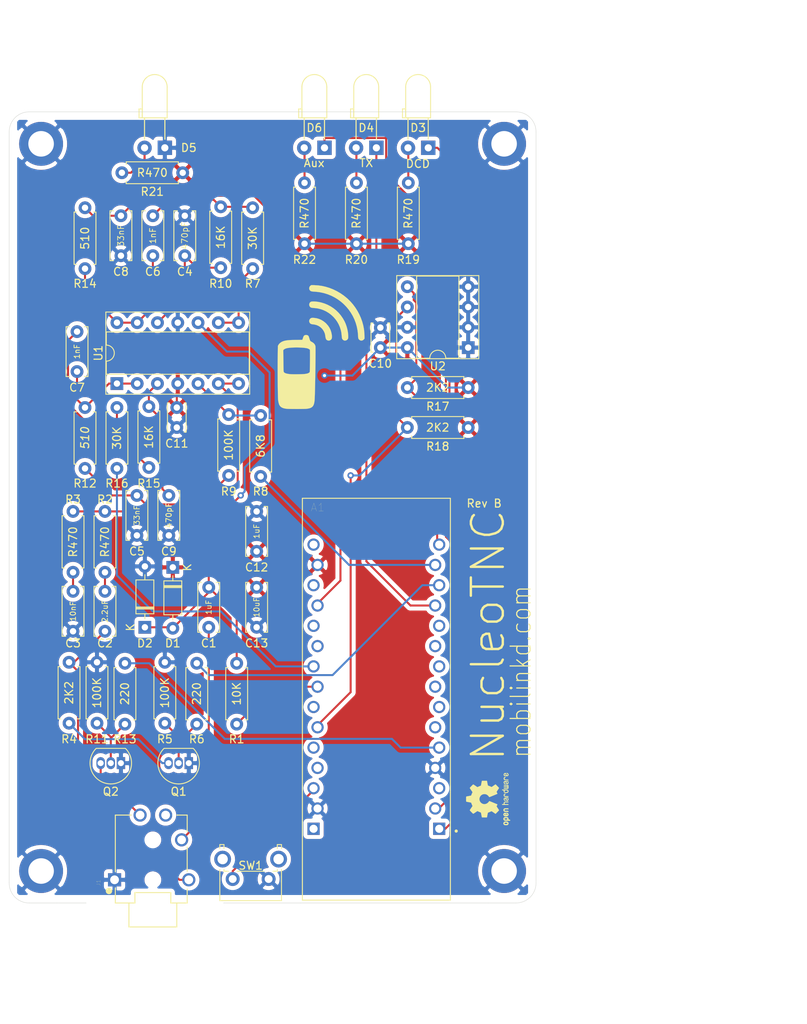
<source format=kicad_pcb>
(kicad_pcb (version 20171130) (host pcbnew "(5.1.6)-1")
  (title_block (title "NucleoTNC PCB") (date 2020-05-05) (rev B) (company "Mobilinkd LLC") (comment 1 "67mm width"))
  (layers (0 F.Cu signal) (31 B.Cu signal) (34 B.Paste user) (35 F.Paste user) (36 B.SilkS user) (37 F.SilkS user) (38 B.Mask user) (39 F.Mask user) (44 Edge.Cuts user))
  (net 0 "")
  (net 1 /AUDIO_IN)
  (net 2 "Net-(C1-Pad1)")
  (net 3 "Net-(C2-Pad2)")
  (net 4 /AUDIO_OUT)
  (net 5 "Net-(C3-Pad2)")
  (net 6 GND)
  (net 7 "Net-(C4-Pad2)")
  (net 8 "Net-(C5-Pad2)")
  (net 9 "Net-(C6-Pad2)")
  (net 10 "Net-(C6-Pad1)")
  (net 11 "Net-(C7-Pad2)")
  (net 12 "Net-(C7-Pad1)")
  (net 13 /ADC_AUDIO)
  (net 14 "Net-(C9-Pad2)")
  (net 15 +3V3)
  (net 16 "Net-(D3-Pad2)")
  (net 17 /LED_DCD)
  (net 18 "Net-(D4-Pad2)")
  (net 19 /LED_TX)
  (net 20 "Net-(D5-Pad2)")
  (net 21 "Net-(D6-Pad2)")
  (net 22 /LED_MISC)
  (net 23 "Net-(Q1-Pad2)")
  (net 24 /PTT)
  (net 25 "Net-(Q2-Pad2)")
  (net 26 /DC_OFFSET)
  (net 27 "Net-(R2-Pad1)")
  (net 28 /PTT_MULTIPLEX)
  (net 29 "Net-(R7-Pad2)")
  (net 30 /AUDIO_ATTEN)
  (net 31 "Net-(R8-Pad1)")
  (net 32 /PTT_SIMPLEX)
  (net 33 /DAC_AUDIO)
  (net 34 /I2C_SDA)
  (net 35 /I2C_SCL)
  (net 36 "Net-(Q1-Pad3)")
  (net 37 "Net-(A1-Pad4.1)")
  (net 38 "Net-(A1-Pad4.3)")
  (net 39 "Net-(A1-Pad4.4)")
  (net 40 "Net-(A1-Pad4.5)")
  (net 41 "Net-(A1-Pad4.7)")
  (net 42 "Net-(A1-Pad4.10)")
  (net 43 "Net-(A1-Pad4.11)")
  (net 44 "Net-(A1-Pad4.13)")
  (net 45 "Net-(A1-Pad4.15)")
  (net 46 "Net-(A1-Pad3.3)")
  (net 47 "Net-(A1-Pad3.6)")
  (net 48 "Net-(A1-Pad3.7)")
  (net 49 "Net-(A1-Pad3.8)")
  (net 50 "Net-(A1-Pad3.9)")
  (net 51 "Net-(A1-Pad3.10)")
  (net 52 "Net-(A1-Pad3.11)")
  (module KiCAD:LOGO (layer F.Cu) (at 157.35 79.65)
    (fp_text reference G1 hide)
    (fp_text value LOGO hide)
  )
  (module KiCAD:MODULE_NUCLEO-L432KC (layer F.Cu) (at 166 123.5 180)
    (fp_text reference A1 (at 7.35 24 180) (layer F.SilkS) (effects (font (thickness 0.015))))
    (fp_text value NUCLEO-L432KC)
    (pad 4.1 thru_hole rect (at 7.87 -16.215 180) (size 1.53 1.53) (drill 1.02) (layers *.Cu *.Mask) (net 37 "Net-(A1-Pad4.1)"))
    (pad 4.2 thru_hole circle (at 7.37 -13.675 180) (size 1.53 1.53) (drill 1.02) (layers *.Cu *.Mask) (net 6 GND))
    (pad 4.3 thru_hole circle (at 7.87 -11.135 180) (size 1.53 1.53) (drill 1.02) (layers *.Cu *.Mask) (net 38 "Net-(A1-Pad4.3)"))
    (pad 4.4 thru_hole circle (at 7.37 -8.595 180) (size 1.53 1.53) (drill 1.02) (layers *.Cu *.Mask) (net 39 "Net-(A1-Pad4.4)"))
    (pad 4.5 thru_hole circle (at 7.87 -6.055 180) (size 1.53 1.53) (drill 1.02) (layers *.Cu *.Mask) (net 40 "Net-(A1-Pad4.5)"))
    (pad 4.6 thru_hole circle (at 7.37 -3.515 180) (size 1.53 1.53) (drill 1.02) (layers *.Cu *.Mask) (net 35 /I2C_SCL))
    (pad 4.7 thru_hole circle (at 7.87 -0.975 180) (size 1.53 1.53) (drill 1.02) (layers *.Cu *.Mask) (net 41 "Net-(A1-Pad4.7)"))
    (pad 4.8 thru_hole circle (at 7.37 1.565 180) (size 1.53 1.53) (drill 1.02) (layers *.Cu *.Mask) (net 26 /DC_OFFSET))
    (pad 4.9 thru_hole circle (at 7.87 4.105 180) (size 1.53 1.53) (drill 1.02) (layers *.Cu *.Mask) (net 33 /DAC_AUDIO))
    (pad 4.10 thru_hole circle (at 7.37 6.645 180) (size 1.53 1.53) (drill 1.02) (layers *.Cu *.Mask) (net 42 "Net-(A1-Pad4.10)"))
    (pad 4.11 thru_hole circle (at 7.87 9.185 180) (size 1.53 1.53) (drill 1.02) (layers *.Cu *.Mask) (net 43 "Net-(A1-Pad4.11)"))
    (pad 4.12 thru_hole circle (at 7.37 11.725 180) (size 1.53 1.53) (drill 1.02) (layers *.Cu *.Mask) (net 13 /ADC_AUDIO))
    (pad 4.13 thru_hole circle (at 7.87 14.265 180) (size 1.53 1.53) (drill 1.02) (layers *.Cu *.Mask) (net 44 "Net-(A1-Pad4.13)"))
    (pad 4.14 thru_hole circle (at 7.37 16.805 180) (size 1.53 1.53) (drill 1.02) (layers *.Cu *.Mask) (net 15 +3V3))
    (pad 4.15 thru_hole circle (at 7.87 19.345 180) (size 1.53 1.53) (drill 1.02) (layers *.Cu *.Mask) (net 45 "Net-(A1-Pad4.15)"))
    (pad 3.1 thru_hole rect (at -7.87 -16.215 180) (size 1.53 1.53) (drill 1.02) (layers *.Cu *.Mask) (net 17 /LED_DCD))
    (pad 3.2 thru_hole circle (at -7.37 -13.675 180) (size 1.53 1.53) (drill 1.02) (layers *.Cu *.Mask) (net 22 /LED_MISC))
    (pad 3.3 thru_hole circle (at -7.87 -11.135 180) (size 1.53 1.53) (drill 1.02) (layers *.Cu *.Mask) (net 46 "Net-(A1-Pad3.3)"))
    (pad 3.4 thru_hole circle (at -7.37 -8.595 180) (size 1.53 1.53) (drill 1.02) (layers *.Cu *.Mask) (net 6 GND))
    (pad 3.5 thru_hole circle (at -7.87 -6.055 180) (size 1.53 1.53) (drill 1.02) (layers *.Cu *.Mask) (net 32 /PTT_SIMPLEX))
    (pad 3.6 thru_hole circle (at -7.37 -3.515 180) (size 1.53 1.53) (drill 1.02) (layers *.Cu *.Mask) (net 47 "Net-(A1-Pad3.6)"))
    (pad 3.7 thru_hole circle (at -7.87 -0.975 180) (size 1.53 1.53) (drill 1.02) (layers *.Cu *.Mask) (net 48 "Net-(A1-Pad3.7)"))
    (pad 3.8 thru_hole circle (at -7.37 1.565 180) (size 1.53 1.53) (drill 1.02) (layers *.Cu *.Mask) (net 49 "Net-(A1-Pad3.8)"))
    (pad 3.9 thru_hole circle (at -7.87 4.105 180) (size 1.53 1.53) (drill 1.02) (layers *.Cu *.Mask) (net 50 "Net-(A1-Pad3.9)"))
    (pad 3.10 thru_hole circle (at -7.37 6.645 180) (size 1.53 1.53) (drill 1.02) (layers *.Cu *.Mask) (net 51 "Net-(A1-Pad3.10)"))
    (pad 3.11 thru_hole circle (at -7.87 9.185 180) (size 1.53 1.53) (drill 1.02) (layers *.Cu *.Mask) (net 52 "Net-(A1-Pad3.11)"))
    (pad 3.12 thru_hole circle (at -7.37 11.725 180) (size 1.53 1.53) (drill 1.02) (layers *.Cu *.Mask) (net 19 /LED_TX))
    (pad 3.13 thru_hole circle (at -7.87 14.265 180) (size 1.53 1.53) (drill 1.02) (layers *.Cu *.Mask) (net 28 /PTT_MULTIPLEX))
    (pad 3.14 thru_hole circle (at -7.37 16.805 180) (size 1.53 1.53) (drill 1.02) (layers *.Cu *.Mask) (net 30 /AUDIO_ATTEN))
    (pad 3.15 thru_hole circle (at -7.87 19.345 180) (size 1.53 1.53) (drill 1.02) (layers *.Cu *.Mask) (net 34 /I2C_SDA))
  )
  (module LED_THT:LED_D3.0mm_Horizontal_O3.81mm_Z2.0mm (layer F.Cu) (at 159.5 54.5 180)
    (fp_text reference D6 (at 1.27 2.5 180) (layer F.SilkS))
    (fp_text value Aux (at 1.3 -1.9 180) (layer F.SilkS))
    (pad 2 thru_hole circle (at 2.54 0 180) (size 1.8 1.8) (drill 0.9) (layers *.Cu *.Mask) (net 21 "Net-(D6-Pad2)"))
    (pad 1 thru_hole rect (at 0 0 180) (size 1.8 1.8) (drill 0.9) (layers *.Cu *.Mask) (net 22 /LED_MISC))
  )
  (module LED_THT:LED_D3.0mm_Horizontal_O3.81mm_Z2.0mm (layer F.Cu) (at 166 54.5 180)
    (fp_text reference D4 (at 1.27 2.5 180) (layer F.SilkS))
    (fp_text value TX (at 1.27 -1.9 180) (layer F.SilkS))
    (pad 2 thru_hole circle (at 2.54 0 180) (size 1.8 1.8) (drill 0.9) (layers *.Cu *.Mask) (net 18 "Net-(D4-Pad2)"))
    (pad 1 thru_hole rect (at 0 0 180) (size 1.8 1.8) (drill 0.9) (layers *.Cu *.Mask) (net 19 /LED_TX))
  )
  (module LED_THT:LED_D3.0mm_Horizontal_O3.81mm_Z2.0mm (layer F.Cu) (at 172.5 54.5 180)
    (fp_text reference D3 (at 1.27 2.5 180) (layer F.SilkS))
    (fp_text value DCD (at 1.3 -2 180) (layer F.SilkS))
    (pad 2 thru_hole circle (at 2.54 0 180) (size 1.8 1.8) (drill 0.9) (layers *.Cu *.Mask) (net 16 "Net-(D3-Pad2)"))
    (pad 1 thru_hole rect (at 0 0 180) (size 1.8 1.8) (drill 0.9) (layers *.Cu *.Mask) (net 17 /LED_DCD))
  )
  (module Resistor_THT:R_Axial_DIN0207_L6.3mm_D2.5mm_P7.62mm_Horizontal (layer F.Cu) (at 141.74 57.62 180)
    (fp_text reference R21 (at 3.81 -2.37) (layer F.SilkS))
    (fp_text value R470 hide)
    (fp_text user %V (at 3.81 0) (layer F.SilkS))
    (pad 2 thru_hole oval (at 7.62 0 180) (size 1.6 1.6) (drill 0.8) (layers *.Cu *.Mask) (net 20 "Net-(D5-Pad2)"))
    (pad 1 thru_hole circle (at 0 0 180) (size 1.6 1.6) (drill 0.8) (layers *.Cu *.Mask) (net 15 +3V3))
  )
  (module Capacitor_THT:C_Disc_D6.0mm_W2.5mm_P5.00mm (layer F.Cu) (at 151 105 90)
    (fp_text reference C12 (at -2 0 180) (layer F.SilkS))
    (fp_text value 1uF hide)
    (fp_text user %V (at 2.5 0 90) (layer F.SilkS) (effects (font (size 0.68 0.68) (thickness 0.102))))
    (pad 1 thru_hole circle (at 0 0 90) (size 1.6 1.6) (drill 0.8) (layers *.Cu *.Mask) (net 15 +3V3))
    (pad 2 thru_hole circle (at 5 0 90) (size 1.6 1.6) (drill 0.8) (layers *.Cu *.Mask) (net 6 GND))
  )
  (module Capacitor_THT:C_Disc_D6.0mm_W2.5mm_P5.00mm (layer F.Cu) (at 151 109.5 270)
    (fp_text reference C13 (at 7 0 180) (layer F.SilkS))
    (fp_text value 10uF hide)
    (fp_text user %V (at 2.5 0 90) (layer F.SilkS) (effects (font (size 0.68 0.68) (thickness 0.102))))
    (pad 2 thru_hole circle (at 5 0 270) (size 1.6 1.6) (drill 0.8) (layers *.Cu *.Mask) (net 6 GND))
    (pad 1 thru_hole circle (at 0 0 270) (size 1.6 1.6) (drill 0.8) (layers *.Cu *.Mask) (net 15 +3V3))
  )
  (module Button_Switch_THT:SW_Tactile_SPST_Angled_PTS645Vx58-2LFS (layer F.Cu) (at 152.5 146 180)
    (fp_text reference SW1 (at 2.25 1.68) (layer F.SilkS))
    (fp_text value "PTS645VL58-2 LFS")
    (pad "" thru_hole circle (at -1.25 2.49 180) (size 2.1 2.1) (drill 1.3) (layers *.Cu *.Mask))
    (pad 1 thru_hole circle (at 0 0 180) (size 1.75 1.75) (drill 0.99) (layers *.Cu *.Mask) (net 6 GND))
    (pad 2 thru_hole circle (at 4.5 0 180) (size 1.75 1.75) (drill 0.99) (layers *.Cu *.Mask) (net 38 "Net-(A1-Pad4.3)"))
    (pad "" thru_hole circle (at 5.76 2.49 180) (size 2.1 2.1) (drill 1.3) (layers *.Cu *.Mask))
  )
  (module Symbol:OSHW-Logo2_7.3x6mm_SilkScreen (layer F.Cu) (at 180 136 90)
    (fp_text reference REF** hide)
    (fp_text value OSHW-Logo2_7.3x6mm_SilkScreen hide)
  )
  (module KiCAD:CUI_SJ-43515TS (layer F.Cu) (at 138 143.5 90)
    (fp_text reference J1 (at -2.979863 -6.813626 90) (layer F.SilkS) (effects (font (size 0.480623 0.480623) (thickness 0.015))))
    (fp_text value SJ-43515TS)
    (fp_line (start -5.5 -8.35) (end -5.5 -2.25) (layer Edge.Cuts) (width 0.0001))
    (fp_line (start -5.5 -2.25) (end -4.2 -2.25) (layer Edge.Cuts) (width 0.0001))
    (fp_line (start -4.2 -2.25) (end -4.2 2.25) (layer Edge.Cuts) (width 0.0001))
    (fp_line (start -4.2 2.25) (end -5.5 2.25) (layer Edge.Cuts) (width 0.0001))
    (fp_line (start -5.5 2.25) (end -5.5 8.85) (layer Edge.Cuts) (width 0.0001))
    (pad TS thru_hole circle (at 5.5 1.6 90) (size 1.65 1.65) (drill 1.1) (layers *.Cu *.Mask))
    (pad None np_thru_hole circle (at 2.4 0 90) (size 1.1 1.1) (drill 1.1) (layers *.Cu *.Mask))
    (pad None np_thru_hole circle (at -2.6 0 90) (size 1.1 1.1) (drill 1.1) (layers *.Cu *.Mask))
    (pad R2 thru_hole circle (at -2.6 4.5 90) (size 1.65 1.65) (drill 1.1) (layers *.Cu *.Mask) (net 4 /AUDIO_OUT))
    (pad R1 thru_hole circle (at 5.5 -1.6 90) (size 1.65 1.65) (drill 1.1) (layers *.Cu *.Mask) (net 24 /PTT))
    (pad T thru_hole circle (at 2.4 3.6 90) (size 1.65 1.65) (drill 1.1) (layers *.Cu *.Mask) (net 1 /AUDIO_IN))
    (pad S thru_hole rect (at -2.6 -4.8 90) (size 1.65 1.65) (drill 1.1) (layers *.Cu *.Mask) (net 6 GND))
  )
  (module Package_DIP:DIP-8_W7.62mm_Socket (layer F.Cu) (at 177.5 79.5 180)
    (fp_text reference U2 (at 3.81 -2.33) (layer F.SilkS))
    (fp_text value 24LC32)
    (pad 8 thru_hole oval (at 7.62 0 180) (size 1.6 1.6) (drill 0.8) (layers *.Cu *.Mask) (net 15 +3V3))
    (pad 4 thru_hole oval (at 0 7.62 180) (size 1.6 1.6) (drill 0.8) (layers *.Cu *.Mask) (net 6 GND))
    (pad 7 thru_hole oval (at 7.62 2.54 180) (size 1.6 1.6) (drill 0.8) (layers *.Cu *.Mask) (net 6 GND))
    (pad 3 thru_hole oval (at 0 5.08 180) (size 1.6 1.6) (drill 0.8) (layers *.Cu *.Mask) (net 6 GND))
    (pad 6 thru_hole oval (at 7.62 5.08 180) (size 1.6 1.6) (drill 0.8) (layers *.Cu *.Mask) (net 35 /I2C_SCL))
    (pad 2 thru_hole oval (at 0 2.54 180) (size 1.6 1.6) (drill 0.8) (layers *.Cu *.Mask) (net 6 GND))
    (pad 5 thru_hole oval (at 7.62 7.62 180) (size 1.6 1.6) (drill 0.8) (layers *.Cu *.Mask) (net 34 /I2C_SDA))
    (pad 1 thru_hole rect (at 0 0 180) (size 1.6 1.6) (drill 0.8) (layers *.Cu *.Mask) (net 6 GND))
  )
  (module Package_DIP:DIP-14_W7.62mm_Socket (layer F.Cu) (at 133.5 84 90)
    (fp_text reference U1 (at 3.81 -2.33 90) (layer F.SilkS))
    (fp_text value MCP6004)
    (pad 14 thru_hole oval (at 7.62 0 90) (size 1.6 1.6) (drill 0.8) (layers *.Cu *.Mask) (net 10 "Net-(C6-Pad1)"))
    (pad 7 thru_hole oval (at 0 15.24 90) (size 1.6 1.6) (drill 0.8) (layers *.Cu *.Mask) (net 27 "Net-(R2-Pad1)"))
    (pad 13 thru_hole oval (at 7.62 2.54 90) (size 1.6 1.6) (drill 0.8) (layers *.Cu *.Mask) (net 10 "Net-(C6-Pad1)"))
    (pad 6 thru_hole oval (at 0 12.7 90) (size 1.6 1.6) (drill 0.8) (layers *.Cu *.Mask) (net 27 "Net-(R2-Pad1)"))
    (pad 12 thru_hole oval (at 7.62 5.08 90) (size 1.6 1.6) (drill 0.8) (layers *.Cu *.Mask) (net 7 "Net-(C4-Pad2)"))
    (pad 5 thru_hole oval (at 0 10.16 90) (size 1.6 1.6) (drill 0.8) (layers *.Cu *.Mask) (net 31 "Net-(R8-Pad1)"))
    (pad 11 thru_hole oval (at 7.62 7.62 90) (size 1.6 1.6) (drill 0.8) (layers *.Cu *.Mask) (net 6 GND))
    (pad 4 thru_hole oval (at 0 7.62 90) (size 1.6 1.6) (drill 0.8) (layers *.Cu *.Mask) (net 15 +3V3))
    (pad 10 thru_hole oval (at 7.62 10.16 90) (size 1.6 1.6) (drill 0.8) (layers *.Cu *.Mask) (net 2 "Net-(C1-Pad1)"))
    (pad 3 thru_hole oval (at 0 5.08 90) (size 1.6 1.6) (drill 0.8) (layers *.Cu *.Mask) (net 14 "Net-(C9-Pad2)"))
    (pad 9 thru_hole oval (at 7.62 12.7 90) (size 1.6 1.6) (drill 0.8) (layers *.Cu *.Mask) (net 29 "Net-(R7-Pad2)"))
    (pad 2 thru_hole oval (at 0 2.54 90) (size 1.6 1.6) (drill 0.8) (layers *.Cu *.Mask) (net 11 "Net-(C7-Pad2)"))
    (pad 8 thru_hole oval (at 7.62 15.24 90) (size 1.6 1.6) (drill 0.8) (layers *.Cu *.Mask) (net 29 "Net-(R7-Pad2)"))
    (pad 1 thru_hole rect (at 0 0 90) (size 1.6 1.6) (drill 0.8) (layers *.Cu *.Mask) (net 11 "Net-(C7-Pad2)"))
  )
  (module Resistor_THT:R_Axial_DIN0207_L6.3mm_D2.5mm_P7.62mm_Horizontal (layer F.Cu) (at 157 66.5 90)
    (fp_text reference R22 (at -2 0 180) (layer F.SilkS))
    (fp_text value R470 hide)
    (fp_text user %V (at 3.81 0 90) (layer F.SilkS))
    (pad 2 thru_hole oval (at 7.62 0 90) (size 1.6 1.6) (drill 0.8) (layers *.Cu *.Mask) (net 21 "Net-(D6-Pad2)"))
    (pad 1 thru_hole circle (at 0 0 90) (size 1.6 1.6) (drill 0.8) (layers *.Cu *.Mask) (net 15 +3V3))
  )
  (module Resistor_THT:R_Axial_DIN0207_L6.3mm_D2.5mm_P7.62mm_Horizontal (layer F.Cu) (at 163.5 66.5 90)
    (fp_text reference R20 (at -2 0 180) (layer F.SilkS))
    (fp_text value R470 hide)
    (fp_text user %V (at 3.81 0 90) (layer F.SilkS))
    (pad 2 thru_hole oval (at 7.62 0 90) (size 1.6 1.6) (drill 0.8) (layers *.Cu *.Mask) (net 18 "Net-(D4-Pad2)"))
    (pad 1 thru_hole circle (at 0 0 90) (size 1.6 1.6) (drill 0.8) (layers *.Cu *.Mask) (net 15 +3V3))
  )
  (module Resistor_THT:R_Axial_DIN0207_L6.3mm_D2.5mm_P7.62mm_Horizontal (layer F.Cu) (at 170 66.5 90)
    (fp_text reference R19 (at -2 0 180) (layer F.SilkS))
    (fp_text value R470 hide)
    (fp_text user %V (at 3.81 0 90) (layer F.SilkS))
    (pad 2 thru_hole oval (at 7.62 0 90) (size 1.6 1.6) (drill 0.8) (layers *.Cu *.Mask) (net 16 "Net-(D3-Pad2)"))
    (pad 1 thru_hole circle (at 0 0 90) (size 1.6 1.6) (drill 0.8) (layers *.Cu *.Mask) (net 15 +3V3))
  )
  (module Resistor_THT:R_Axial_DIN0207_L6.3mm_D2.5mm_P7.62mm_Horizontal (layer F.Cu) (at 177.5 89.5 180)
    (fp_text reference R18 (at 3.81 -2.37) (layer F.SilkS))
    (fp_text value 2K2 hide)
    (fp_text user %V (at 3.81 0) (layer F.SilkS))
    (pad 2 thru_hole oval (at 7.62 0 180) (size 1.6 1.6) (drill 0.8) (layers *.Cu *.Mask) (net 35 /I2C_SCL))
    (pad 1 thru_hole circle (at 0 0 180) (size 1.6 1.6) (drill 0.8) (layers *.Cu *.Mask) (net 15 +3V3))
  )
  (module Resistor_THT:R_Axial_DIN0207_L6.3mm_D2.5mm_P7.62mm_Horizontal (layer F.Cu) (at 177.5 84.5 180)
    (fp_text reference R17 (at 3.81 -2.37) (layer F.SilkS))
    (fp_text value 2K2 hide)
    (fp_text user %V (at 3.81 0) (layer F.SilkS))
    (pad 2 thru_hole oval (at 7.62 0 180) (size 1.6 1.6) (drill 0.8) (layers *.Cu *.Mask) (net 34 /I2C_SDA))
    (pad 1 thru_hole circle (at 0 0 180) (size 1.6 1.6) (drill 0.8) (layers *.Cu *.Mask) (net 15 +3V3))
  )
  (module Resistor_THT:R_Axial_DIN0207_L6.3mm_D2.5mm_P7.62mm_Horizontal (layer F.Cu) (at 133.5 87 270)
    (fp_text reference R16 (at 9.5 0 180) (layer F.SilkS))
    (fp_text value 30K hide)
    (fp_text user %V (at 3.81 0 90) (layer F.SilkS))
    (pad 2 thru_hole oval (at 7.62 0 270) (size 1.6 1.6) (drill 0.8) (layers *.Cu *.Mask) (net 33 /DAC_AUDIO))
    (pad 1 thru_hole circle (at 0 0 270) (size 1.6 1.6) (drill 0.8) (layers *.Cu *.Mask) (net 12 "Net-(C7-Pad1)"))
  )
  (module Resistor_THT:R_Axial_DIN0207_L6.3mm_D2.5mm_P7.62mm_Horizontal (layer F.Cu) (at 137.5 94.5 90)
    (fp_text reference R15 (at -2 0 180) (layer F.SilkS))
    (fp_text value 16K hide)
    (fp_text user %V (at 3.81 0 90) (layer F.SilkS))
    (pad 2 thru_hole oval (at 7.62 0 90) (size 1.6 1.6) (drill 0.8) (layers *.Cu *.Mask) (net 14 "Net-(C9-Pad2)"))
    (pad 1 thru_hole circle (at 0 0 90) (size 1.6 1.6) (drill 0.8) (layers *.Cu *.Mask) (net 12 "Net-(C7-Pad1)"))
  )
  (module Resistor_THT:R_Axial_DIN0207_L6.3mm_D2.5mm_P7.62mm_Horizontal (layer F.Cu) (at 129.5 62 270)
    (fp_text reference R14 (at 9.5 0 180) (layer F.SilkS))
    (fp_text value 510 hide)
    (fp_text user %V (at 3.81 0 90) (layer F.SilkS))
    (pad 2 thru_hole oval (at 7.62 0 270) (size 1.6 1.6) (drill 0.8) (layers *.Cu *.Mask) (net 10 "Net-(C6-Pad1)"))
    (pad 1 thru_hole circle (at 0 0 270) (size 1.6 1.6) (drill 0.8) (layers *.Cu *.Mask) (net 13 /ADC_AUDIO))
  )
  (module Resistor_THT:R_Axial_DIN0207_L6.3mm_D2.5mm_P7.62mm_Horizontal (layer F.Cu) (at 134.5 119 270)
    (fp_text reference R13 (at 9.5 0 180) (layer F.SilkS))
    (fp_text value 220 hide)
    (fp_text user %V (at 3.81 0 90) (layer F.SilkS))
    (pad 2 thru_hole oval (at 7.62 0 270) (size 1.6 1.6) (drill 0.8) (layers *.Cu *.Mask) (net 25 "Net-(Q2-Pad2)"))
    (pad 1 thru_hole circle (at 0 0 270) (size 1.6 1.6) (drill 0.8) (layers *.Cu *.Mask) (net 32 /PTT_SIMPLEX))
  )
  (module Resistor_THT:R_Axial_DIN0207_L6.3mm_D2.5mm_P7.62mm_Horizontal (layer F.Cu) (at 129.5 87 270)
    (fp_text reference R12 (at 9.5 0 180) (layer F.SilkS))
    (fp_text value 510 hide)
    (fp_text user %V (at 3.81 0 90) (layer F.SilkS) (effects (font (thickness 0.15) italic)))
    (pad 2 thru_hole oval (at 7.62 0 270) (size 1.6 1.6) (drill 0.8) (layers *.Cu *.Mask) (net 8 "Net-(C5-Pad2)"))
    (pad 1 thru_hole circle (at 0 0 270) (size 1.6 1.6) (drill 0.8) (layers *.Cu *.Mask) (net 11 "Net-(C7-Pad2)"))
  )
  (module Resistor_THT:R_Axial_DIN0207_L6.3mm_D2.5mm_P7.62mm_Horizontal (layer F.Cu) (at 131 126.5 90)
    (fp_text reference R11 (at -2 0 180) (layer F.SilkS))
    (fp_text value 100K hide)
    (fp_text user %V (at 3.81 0 90) (layer F.SilkS))
    (pad 2 thru_hole oval (at 7.62 0 90) (size 1.6 1.6) (drill 0.8) (layers *.Cu *.Mask) (net 6 GND))
    (pad 1 thru_hole circle (at 0 0 90) (size 1.6 1.6) (drill 0.8) (layers *.Cu *.Mask) (net 25 "Net-(Q2-Pad2)"))
  )
  (module Resistor_THT:R_Axial_DIN0207_L6.3mm_D2.5mm_P7.62mm_Horizontal (layer F.Cu) (at 146.5 69.5 90)
    (fp_text reference R10 (at -2 0 180) (layer F.SilkS))
    (fp_text value 16K hide)
    (fp_text user %V (at 3.81 0 90) (layer F.SilkS))
    (pad 2 thru_hole oval (at 7.62 0 90) (size 1.6 1.6) (drill 0.8) (layers *.Cu *.Mask) (net 9 "Net-(C6-Pad2)"))
    (pad 1 thru_hole circle (at 0 0 90) (size 1.6 1.6) (drill 0.8) (layers *.Cu *.Mask) (net 7 "Net-(C4-Pad2)"))
  )
  (module Resistor_THT:R_Axial_DIN0207_L6.3mm_D2.5mm_P7.62mm_Horizontal (layer F.Cu) (at 147.5 95.5 90)
    (fp_text reference R9 (at -2 0 180) (layer F.SilkS))
    (fp_text value 100K hide)
    (fp_text user %V (at 3.81 0 90) (layer F.SilkS))
    (pad 2 thru_hole oval (at 7.62 0 90) (size 1.6 1.6) (drill 0.8) (layers *.Cu *.Mask) (net 31 "Net-(R8-Pad1)"))
    (pad 1 thru_hole circle (at 0 0 90) (size 1.6 1.6) (drill 0.8) (layers *.Cu *.Mask) (net 8 "Net-(C5-Pad2)"))
  )
  (module Resistor_THT:R_Axial_DIN0207_L6.3mm_D2.5mm_P7.62mm_Horizontal (layer F.Cu) (at 151.5 88 270)
    (fp_text reference R8 (at 9.5 0 180) (layer F.SilkS))
    (fp_text value 6K8 hide)
    (fp_text user %V (at 3.81 0 90) (layer F.SilkS))
    (pad 2 thru_hole oval (at 7.62 0 270) (size 1.6 1.6) (drill 0.8) (layers *.Cu *.Mask) (net 30 /AUDIO_ATTEN))
    (pad 1 thru_hole circle (at 0 0 270) (size 1.6 1.6) (drill 0.8) (layers *.Cu *.Mask) (net 31 "Net-(R8-Pad1)"))
  )
  (module Resistor_THT:R_Axial_DIN0207_L6.3mm_D2.5mm_P7.62mm_Horizontal (layer F.Cu) (at 150.5 62 270)
    (fp_text reference R7 (at 9.5 0 180) (layer F.SilkS))
    (fp_text value 30K hide)
    (fp_text user %V (at 3.81 0 90) (layer F.SilkS))
    (pad 2 thru_hole oval (at 7.62 0 270) (size 1.6 1.6) (drill 0.8) (layers *.Cu *.Mask) (net 29 "Net-(R7-Pad2)"))
    (pad 1 thru_hole circle (at 0 0 270) (size 1.6 1.6) (drill 0.8) (layers *.Cu *.Mask) (net 9 "Net-(C6-Pad2)"))
  )
  (module Resistor_THT:R_Axial_DIN0207_L6.3mm_D2.5mm_P7.62mm_Horizontal (layer F.Cu) (at 143.5 119 270)
    (fp_text reference R6 (at 9.5 0 180) (layer F.SilkS))
    (fp_text value 220 hide)
    (fp_text user %V (at 3.81 0 90) (layer F.SilkS))
    (pad 2 thru_hole oval (at 7.62 0 270) (size 1.6 1.6) (drill 0.8) (layers *.Cu *.Mask) (net 23 "Net-(Q1-Pad2)"))
    (pad 1 thru_hole circle (at 0 0 270) (size 1.6 1.6) (drill 0.8) (layers *.Cu *.Mask) (net 28 /PTT_MULTIPLEX))
  )
  (module Resistor_THT:R_Axial_DIN0207_L6.3mm_D2.5mm_P7.62mm_Horizontal (layer F.Cu) (at 139.5 126.5 90)
    (fp_text reference R5 (at -2 0 180) (layer F.SilkS))
    (fp_text value 100K hide)
    (fp_text user %V (at 3.81 0 90) (layer F.SilkS))
    (pad 2 thru_hole oval (at 7.62 0 90) (size 1.6 1.6) (drill 0.8) (layers *.Cu *.Mask) (net 6 GND))
    (pad 1 thru_hole circle (at 0 0 90) (size 1.6 1.6) (drill 0.8) (layers *.Cu *.Mask) (net 23 "Net-(Q1-Pad2)"))
  )
  (module Resistor_THT:R_Axial_DIN0207_L6.3mm_D2.5mm_P7.62mm_Horizontal (layer F.Cu) (at 127.5 126.5 90)
    (fp_text reference R4 (at -2 0 180) (layer F.SilkS))
    (fp_text value 2K2 hide)
    (fp_text user %V (at 3.81 0 90) (layer F.SilkS))
    (pad 2 thru_hole oval (at 7.62 0 90) (size 1.6 1.6) (drill 0.8) (layers *.Cu *.Mask) (net 4 /AUDIO_OUT))
    (pad 1 thru_hole circle (at 0 0 90) (size 1.6 1.6) (drill 0.8) (layers *.Cu *.Mask) (net 36 "Net-(Q1-Pad3)"))
  )
  (module Resistor_THT:R_Axial_DIN0207_L6.3mm_D2.5mm_P7.62mm_Horizontal (layer F.Cu) (at 128 100 270)
    (fp_text reference R3 (at -1.5 0 180) (layer F.SilkS))
    (fp_text value R470 hide)
    (fp_text user %V (at 3.81 0 90) (layer F.SilkS))
    (pad 2 thru_hole oval (at 7.62 0 270) (size 1.6 1.6) (drill 0.8) (layers *.Cu *.Mask) (net 5 "Net-(C3-Pad2)"))
    (pad 1 thru_hole circle (at 0 0 270) (size 1.6 1.6) (drill 0.8) (layers *.Cu *.Mask) (net 27 "Net-(R2-Pad1)"))
  )
  (module Resistor_THT:R_Axial_DIN0207_L6.3mm_D2.5mm_P7.62mm_Horizontal (layer F.Cu) (at 132 100 270)
    (fp_text reference R2 (at -1.5 0 180) (layer F.SilkS))
    (fp_text value R470 hide)
    (fp_text user %V (at 3.81 0 90) (layer F.SilkS))
    (pad 2 thru_hole oval (at 7.62 0 270) (size 1.6 1.6) (drill 0.8) (layers *.Cu *.Mask) (net 3 "Net-(C2-Pad2)"))
    (pad 1 thru_hole circle (at 0 0 270) (size 1.6 1.6) (drill 0.8) (layers *.Cu *.Mask) (net 27 "Net-(R2-Pad1)"))
  )
  (module Resistor_THT:R_Axial_DIN0207_L6.3mm_D2.5mm_P7.62mm_Horizontal (layer F.Cu) (at 148.5 119 270)
    (fp_text reference R1 (at 9.5 0 180) (layer F.SilkS))
    (fp_text value 10K hide)
    (fp_text user %V (at 3.81 0 90) (layer F.SilkS))
    (pad 2 thru_hole oval (at 7.62 0 270) (size 1.6 1.6) (drill 0.8) (layers *.Cu *.Mask) (net 26 /DC_OFFSET))
    (pad 1 thru_hole circle (at 0 0 270) (size 1.6 1.6) (drill 0.8) (layers *.Cu *.Mask) (net 2 "Net-(C1-Pad1)"))
  )
  (module Package_TO_SOT_THT:TO-92_Inline (layer F.Cu) (at 134 131.5 180)
    (fp_text reference Q2 (at 1.27 -3.56) (layer F.SilkS))
    (fp_text value 2N7000)
    (pad 1 thru_hole rect (at 0 0 180) (size 1.05 1.5) (drill 0.75) (layers *.Cu *.Mask) (net 6 GND))
    (pad 3 thru_hole oval (at 2.54 0 180) (size 1.05 1.5) (drill 0.75) (layers *.Cu *.Mask) (net 24 /PTT))
    (pad 2 thru_hole oval (at 1.27 0 180) (size 1.05 1.5) (drill 0.75) (layers *.Cu *.Mask) (net 25 "Net-(Q2-Pad2)"))
  )
  (module Package_TO_SOT_THT:TO-92_Inline (layer F.Cu) (at 142.5 131.5 180)
    (fp_text reference Q1 (at 1.27 -3.56) (layer F.SilkS))
    (fp_text value 2N7000)
    (pad 1 thru_hole rect (at 0 0 180) (size 1.05 1.5) (drill 0.75) (layers *.Cu *.Mask) (net 6 GND))
    (pad 3 thru_hole oval (at 2.54 0 180) (size 1.05 1.5) (drill 0.75) (layers *.Cu *.Mask) (net 36 "Net-(Q1-Pad3)"))
    (pad 2 thru_hole oval (at 1.27 0 180) (size 1.05 1.5) (drill 0.75) (layers *.Cu *.Mask) (net 23 "Net-(Q1-Pad2)"))
  )
  (module LED_THT:LED_D3.0mm_Horizontal_O3.81mm_Z2.0mm (layer F.Cu) (at 139.5 54.5 180)
    (fp_text reference D5 (at -3 0) (layer F.SilkS))
    (fp_text value "BLU LED")
    (pad 2 thru_hole circle (at 2.54 0 180) (size 1.8 1.8) (drill 0.9) (layers *.Cu *.Mask) (net 20 "Net-(D5-Pad2)"))
    (pad 1 thru_hole rect (at 0 0 180) (size 1.8 1.8) (drill 0.9) (layers *.Cu *.Mask) (net 6 GND))
  )
  (module Diode_THT:D_DO-35_SOD27_P7.62mm_Horizontal (layer F.Cu) (at 137 114.5 90)
    (fp_text reference D2 (at -2 0 180) (layer F.SilkS))
    (fp_text value BAT85)
    (fp_text user K (at 0 -1.8 90) (layer F.SilkS))
    (pad 2 thru_hole oval (at 7.62 0 90) (size 1.6 1.6) (drill 0.8) (layers *.Cu *.Mask) (net 6 GND))
    (pad 1 thru_hole rect (at 0 0 90) (size 1.6 1.6) (drill 0.8) (layers *.Cu *.Mask) (net 2 "Net-(C1-Pad1)"))
  )
  (module Diode_THT:D_DO-35_SOD27_P7.62mm_Horizontal (layer F.Cu) (at 140.5 107 270)
    (fp_text reference D1 (at 9.5 0 180) (layer F.SilkS))
    (fp_text value BAT85)
    (fp_text user K (at 0 -1.8 90) (layer F.SilkS))
    (pad 2 thru_hole oval (at 7.62 0 270) (size 1.6 1.6) (drill 0.8) (layers *.Cu *.Mask) (net 2 "Net-(C1-Pad1)"))
    (pad 1 thru_hole rect (at 0 0 270) (size 1.6 1.6) (drill 0.8) (layers *.Cu *.Mask) (net 15 +3V3))
  )
  (module Capacitor_THT:C_Disc_D3.4mm_W2.1mm_P2.50mm (layer F.Cu) (at 141 87 270)
    (fp_text reference C11 (at 4.5 0 180) (layer F.SilkS))
    (fp_text value 0.1uF)
    (pad 2 thru_hole circle (at 2.5 0 270) (size 1.6 1.6) (drill 0.8) (layers *.Cu *.Mask) (net 6 GND))
    (pad 1 thru_hole circle (at 0 0 270) (size 1.6 1.6) (drill 0.8) (layers *.Cu *.Mask) (net 15 +3V3))
  )
  (module Capacitor_THT:C_Disc_D3.4mm_W2.1mm_P2.50mm (layer F.Cu) (at 166.5 79.5 90)
    (fp_text reference C10 (at -2 0 180) (layer F.SilkS))
    (fp_text value 0.1uF)
    (pad 2 thru_hole circle (at 2.5 0 90) (size 1.6 1.6) (drill 0.8) (layers *.Cu *.Mask) (net 6 GND))
    (pad 1 thru_hole circle (at 0 0 90) (size 1.6 1.6) (drill 0.8) (layers *.Cu *.Mask) (net 15 +3V3))
  )
  (module Capacitor_THT:C_Disc_D6.0mm_W2.5mm_P5.00mm (layer F.Cu) (at 140 103 90)
    (fp_text reference C9 (at -2 0 180) (layer F.SilkS))
    (fp_text value 470pF hide)
    (fp_text user %V (at 2.5 0 90) (layer F.SilkS) (effects (font (size 0.68 0.68) (thickness 0.11))))
    (pad 2 thru_hole circle (at 5 0 90) (size 1.6 1.6) (drill 0.8) (layers *.Cu *.Mask) (net 14 "Net-(C9-Pad2)"))
    (pad 1 thru_hole circle (at 0 0 90) (size 1.6 1.6) (drill 0.8) (layers *.Cu *.Mask) (net 6 GND))
  )
  (module Capacitor_THT:C_Disc_D6.0mm_W2.5mm_P5.00mm (layer F.Cu) (at 134 68 90)
    (fp_text reference C8 (at -2 0 180) (layer F.SilkS))
    (fp_text value 33nF hide)
    (fp_text user %V (at 2.5 0 90) (layer F.SilkS) (effects (font (size 0.75 0.75) (thickness 0.1))))
    (pad 2 thru_hole circle (at 5 0 90) (size 1.6 1.6) (drill 0.8) (layers *.Cu *.Mask) (net 13 /ADC_AUDIO))
    (pad 1 thru_hole circle (at 0 0 90) (size 1.6 1.6) (drill 0.8) (layers *.Cu *.Mask) (net 6 GND))
  )
  (module Capacitor_THT:C_Disc_D6.0mm_W2.5mm_P5.00mm (layer F.Cu) (at 128.5 77.5 270)
    (fp_text reference C7 (at 7 0 180) (layer F.SilkS))
    (fp_text value 1nF hide)
    (fp_text user %V (at 2.5 0 90) (layer F.SilkS) (effects (font (size 0.68 0.68) (thickness 0.11))))
    (pad 2 thru_hole circle (at 5 0 270) (size 1.6 1.6) (drill 0.8) (layers *.Cu *.Mask) (net 11 "Net-(C7-Pad2)"))
    (pad 1 thru_hole circle (at 0 0 270) (size 1.6 1.6) (drill 0.8) (layers *.Cu *.Mask) (net 12 "Net-(C7-Pad1)"))
  )
  (module Capacitor_THT:C_Disc_D6.0mm_W2.5mm_P5.00mm (layer F.Cu) (at 138 68 90)
    (fp_text reference C6 (at -2 0 180) (layer F.SilkS))
    (fp_text value 1nF hide)
    (fp_text user %V (at 2.5 0 90) (layer F.SilkS) (effects (font (size 0.75 0.75) (thickness 0.11))))
    (pad 2 thru_hole circle (at 5 0 90) (size 1.6 1.6) (drill 0.8) (layers *.Cu *.Mask) (net 9 "Net-(C6-Pad2)"))
    (pad 1 thru_hole circle (at 0 0 90) (size 1.6 1.6) (drill 0.8) (layers *.Cu *.Mask) (net 10 "Net-(C6-Pad1)"))
  )
  (module Capacitor_THT:C_Disc_D6.0mm_W2.5mm_P5.00mm (layer F.Cu) (at 136 103 90)
    (fp_text reference C5 (at -2 0 180) (layer F.SilkS))
    (fp_text value 33nF hide)
    (fp_text user %V (at 2.5 0 90) (layer F.SilkS) (effects (font (size 0.68 0.68) (thickness 0.1))))
    (pad 2 thru_hole circle (at 5 0 90) (size 1.6 1.6) (drill 0.8) (layers *.Cu *.Mask) (net 8 "Net-(C5-Pad2)"))
    (pad 1 thru_hole circle (at 0 0 90) (size 1.6 1.6) (drill 0.8) (layers *.Cu *.Mask) (net 6 GND))
  )
  (module Capacitor_THT:C_Disc_D6.0mm_W2.5mm_P5.00mm (layer F.Cu) (at 142 63 270)
    (fp_text reference C4 (at 7 0 180) (layer F.SilkS))
    (fp_text value 470pF hide)
    (fp_text user %V (at 2.5 0 90) (layer F.SilkS) (effects (font (size 0.75 0.75) (thickness 0.1))))
    (pad 2 thru_hole circle (at 5 0 270) (size 1.6 1.6) (drill 0.8) (layers *.Cu *.Mask) (net 7 "Net-(C4-Pad2)"))
    (pad 1 thru_hole circle (at 0 0 270) (size 1.6 1.6) (drill 0.8) (layers *.Cu *.Mask) (net 6 GND))
  )
  (module Capacitor_THT:C_Disc_D6.0mm_W2.5mm_P5.00mm (layer F.Cu) (at 128 115 90)
    (fp_text reference C3 (at -1.5 0 180) (layer F.SilkS))
    (fp_text value 10nF hide)
    (fp_text user %V (at 2.5 0 90) (layer F.SilkS) (effects (font (size 0.68 0.68) (thickness 0.11))))
    (pad 2 thru_hole circle (at 5 0 90) (size 1.6 1.6) (drill 0.8) (layers *.Cu *.Mask) (net 5 "Net-(C3-Pad2)"))
    (pad 1 thru_hole circle (at 0 0 90) (size 1.6 1.6) (drill 0.8) (layers *.Cu *.Mask) (net 6 GND))
  )
  (module Capacitor_THT:C_Disc_D6.0mm_W2.5mm_P5.00mm (layer F.Cu) (at 132 115 90)
    (fp_text reference C2 (at -1.5 0 180) (layer F.SilkS))
    (fp_text value 2.2uF hide)
    (fp_text user %V (at 2.5 0 90) (layer F.SilkS) (effects (font (size 0.68 0.68) (thickness 0.11))))
    (pad 2 thru_hole circle (at 5 0 90) (size 1.6 1.6) (drill 0.8) (layers *.Cu *.Mask) (net 3 "Net-(C2-Pad2)"))
    (pad 1 thru_hole circle (at 0 0 90) (size 1.6 1.6) (drill 0.8) (layers *.Cu *.Mask) (net 4 /AUDIO_OUT))
  )
  (module Capacitor_THT:C_Disc_D6.0mm_W2.5mm_P5.00mm (layer F.Cu) (at 145 109.5 270)
    (fp_text reference C1 (at 7 0 180) (layer F.SilkS))
    (fp_text value 1uF hide)
    (fp_text user %V (at 2.5 0 90) (layer F.SilkS) (effects (font (size 0.68 0.68) (thickness 0.1))))
    (pad 2 thru_hole circle (at 5 0 270) (size 1.6 1.6) (drill 0.8) (layers *.Cu *.Mask) (net 1 /AUDIO_IN))
    (pad 1 thru_hole circle (at 0 0 270) (size 1.6 1.6) (drill 0.8) (layers *.Cu *.Mask) (net 2 "Net-(C1-Pad1)"))
  )
  (module MountingHole:MountingHole_3.2mm_M3_ISO14580_Pad (layer F.Cu) (at 182 145)
    (fp_text reference H4 hide)
    (fp_text value MountingHole)
    (pad 1 thru_hole circle (at 0 0) (size 5.5 5.5) (drill 3.2) (layers *.Cu *.Mask) (net 6 GND))
  )
  (module MountingHole:MountingHole_3.2mm_M3_ISO14580_Pad (layer F.Cu) (at 182 54)
    (fp_text reference H3 hide)
    (fp_text value MountingHole)
    (pad 1 thru_hole circle (at 0 0) (size 5.5 5.5) (drill 3.2) (layers *.Cu *.Mask) (net 6 GND))
  )
  (module MountingHole:MountingHole_3.2mm_M3_ISO14580_Pad (layer F.Cu) (at 124 145)
    (fp_text reference H2 hide)
    (fp_text value MountingHole)
    (pad 1 thru_hole circle (at 0 0) (size 5.5 5.5) (drill 3.2) (layers *.Cu *.Mask) (net 6 GND))
  )
  (module MountingHole:MountingHole_3.2mm_M3_ISO14580_Pad (layer F.Cu) (at 124 54)
    (fp_text reference H1 hide)
    (fp_text value MountingHole)
    (pad 1 thru_hole circle (at 0 0) (size 5.5 5.5) (drill 3.2) (layers *.Cu *.Mask) (net 6 GND))
  )
  (gr_line (start 126 50) (end 122.5 50) (layer Edge.Cuts) (width 0.05))
  (gr_line (start 180 50) (end 183.5 50) (layer Edge.Cuts) (width 0.05))
  (gr_line (start 180 149) (end 183.5 149) (layer Edge.Cuts) (width 0.05))
  (gr_line (start 122.5 149) (end 126 149) (layer Edge.Cuts) (width 0.05))
  (gr_text mobilinkd.com (at 184.1 120.05 90) (layer F.SilkS) (effects (font (size 2.5 2))))
  (gr_text "Rev B" (at 179.5 99) (layer F.SilkS) (effects (font (size 1 1))))
  (gr_text NucleoTNC (at 180 115.5 90) (layer F.SilkS) (effects (font (size 4 4) (thickness 0.3))))
  (gr_line (start 146.85 149) (end 156.5 149) (layer Edge.Cuts) (width 0.05))
  (gr_line (start 156.5 149) (end 180 149) (layer Edge.Cuts) (width 0.05))
  (gr_line (start 129.65 149) (end 126 149) (layer Edge.Cuts) (width 0.05))
  (gr_line (start 171 50) (end 180 50) (layer Edge.Cuts) (width 0.05))
  (gr_line (start 120 122.5) (end 120 146.5) (layer Edge.Cuts) (width 0.05))
  (gr_line (start 186 122.5) (end 186 146.5) (layer Edge.Cuts) (width 0.05))
  (gr_arc (start 122.5 146.5) (end 120 146.5) (angle -90) (layer Edge.Cuts) (width 0.05))
  (gr_line (start 186 122.5) (end 186 52.5) (layer Edge.Cuts) (width 0.05))
  (gr_line (start 126 50) (end 171 50) (layer Edge.Cuts) (width 0.05))
  (gr_line (start 120 122.5) (end 120 52.5) (layer Edge.Cuts) (width 0.05))
  (gr_arc (start 183.5 146.5) (end 183.5 149) (angle -90) (layer Edge.Cuts) (width 0.05))
  (gr_arc (start 183.5 52.5) (end 186 52.5) (angle -90) (layer Edge.Cuts) (width 0.05))
  (gr_arc (start 122.5 52.5) (end 122.5 50) (angle -90) (layer Edge.Cuts) (width 0.05))
  (segment (start 145 137.7) (end 141.6 141.1) (width 0.25) (layer F.Cu) (net 1))
  (segment (start 145 114.5) (end 145 137.7) (width 0.25) (layer F.Cu) (net 1))
  (segment (start 140.38 114.5) (end 140.5 114.62) (width 0.25) (layer F.Cu) (net 2))
  (segment (start 137 114.5) (end 140.38 114.5) (width 0.25) (layer F.Cu) (net 2))
  (segment (start 145 110.12) (end 145 109.5) (width 0.25) (layer F.Cu) (net 2))
  (segment (start 140.5 114.62) (end 145 110.12) (width 0.25) (layer F.Cu) (net 2))
  (segment (start 148.5 113) (end 145 109.5) (width 0.25) (layer F.Cu) (net 2))
  (segment (start 148.5 119) (end 148.5 113) (width 0.25) (layer F.Cu) (net 2))
  (segment (start 145 109.5) (end 145 102) (width 0.25) (layer F.Cu) (net 2))
  (via (at 149 98) (size 0.8) (drill 0.4) (layers F.Cu B.Cu) (net 2))
  (segment (start 145 102) (end 149 98) (width 0.25) (layer F.Cu) (net 2))
  (segment (start 149 98) (end 149.5 97.5) (width 0.25) (layer B.Cu) (net 2))
  (segment (start 149.5 97.5) (end 149.5 94.5) (width 0.25) (layer B.Cu) (net 2))
  (segment (start 152.625001 91.374999) (end 152.625001 82.625001) (width 0.25) (layer B.Cu) (net 2))
  (segment (start 149.5 94.5) (end 152.625001 91.374999) (width 0.25) (layer B.Cu) (net 2))
  (segment (start 152.625001 82.625001) (end 150 80) (width 0.25) (layer B.Cu) (net 2))
  (segment (start 147.28 80) (end 143.66 76.38) (width 0.25) (layer B.Cu) (net 2))
  (segment (start 150 80) (end 147.28 80) (width 0.25) (layer B.Cu) (net 2))
  (segment (start 132 110) (end 132 107.62) (width 0.25) (layer F.Cu) (net 3))
  (segment (start 142.52 146.12) (end 142.5 146.1) (width 0.25) (layer F.Cu) (net 4))
  (segment (start 128.12 118.88) (end 127.5 118.88) (width 0.25) (layer F.Cu) (net 4))
  (segment (start 132 115) (end 128.12 118.88) (width 0.25) (layer F.Cu) (net 4))
  (segment (start 141.333274 146.1) (end 142.5 146.1) (width 0.25) (layer F.Cu) (net 4))
  (segment (start 128.625001 133.391727) (end 141.333274 146.1) (width 0.25) (layer F.Cu) (net 4))
  (segment (start 128.625001 120.005001) (end 128.625001 133.391727) (width 0.25) (layer F.Cu) (net 4))
  (segment (start 127.5 118.88) (end 128.625001 120.005001) (width 0.25) (layer F.Cu) (net 4))
  (segment (start 128 110) (end 128 107.62) (width 0.25) (layer F.Cu) (net 5))
  (segment (start 142 72.96) (end 138.58 76.38) (width 0.25) (layer F.Cu) (net 7))
  (segment (start 142 68) (end 142 72.96) (width 0.25) (layer F.Cu) (net 7))
  (segment (start 143.5 69.5) (end 142 68) (width 0.25) (layer F.Cu) (net 7))
  (segment (start 146.5 69.5) (end 143.5 69.5) (width 0.25) (layer F.Cu) (net 7))
  (segment (start 132.88 98) (end 129.5 94.62) (width 0.25) (layer F.Cu) (net 8))
  (segment (start 136 98) (end 132.88 98) (width 0.25) (layer F.Cu) (net 8))
  (segment (start 146.700001 96.299999) (end 147.5 95.5) (width 0.25) (layer F.Cu) (net 8))
  (segment (start 143.874999 99.125001) (end 146.700001 96.299999) (width 0.25) (layer F.Cu) (net 8))
  (segment (start 137.125001 99.125001) (end 143.874999 99.125001) (width 0.25) (layer F.Cu) (net 8))
  (segment (start 136 98) (end 137.125001 99.125001) (width 0.25) (layer F.Cu) (net 8))
  (segment (start 145.62 61) (end 146.5 61.88) (width 0.25) (layer F.Cu) (net 9))
  (segment (start 138 63) (end 140 61) (width 0.25) (layer F.Cu) (net 9))
  (segment (start 140 61) (end 145.62 61) (width 0.25) (layer F.Cu) (net 9))
  (segment (start 150.38 61.88) (end 150.5 62) (width 0.25) (layer F.Cu) (net 9))
  (segment (start 146.5 61.88) (end 150.38 61.88) (width 0.25) (layer F.Cu) (net 9))
  (segment (start 138 74.42) (end 136.04 76.38) (width 0.25) (layer F.Cu) (net 10))
  (segment (start 138 68) (end 138 74.42) (width 0.25) (layer F.Cu) (net 10))
  (segment (start 129.5 72.38) (end 133.5 76.38) (width 0.25) (layer F.Cu) (net 10))
  (segment (start 129.5 69.62) (end 129.5 72.38) (width 0.25) (layer F.Cu) (net 10))
  (segment (start 133.5 76.38) (end 136.04 76.38) (width 0.25) (layer F.Cu) (net 10))
  (segment (start 128.5 86) (end 129.5 87) (width 0.25) (layer F.Cu) (net 11))
  (segment (start 128.5 82.5) (end 128.5 86) (width 0.25) (layer F.Cu) (net 11))
  (segment (start 132.5 84) (end 133.5 84) (width 0.25) (layer F.Cu) (net 11))
  (segment (start 129.5 87) (end 132.5 84) (width 0.25) (layer F.Cu) (net 11))
  (segment (start 133.5 84) (end 136.04 84) (width 0.25) (layer F.Cu) (net 11))
  (segment (start 137.5 94.5) (end 132.5 89.5) (width 0.25) (layer F.Cu) (net 12))
  (segment (start 127.700001 78.299999) (end 128.5 77.5) (width 0.25) (layer F.Cu) (net 12))
  (segment (start 127.374999 78.625001) (end 127.700001 78.299999) (width 0.25) (layer F.Cu) (net 12))
  (segment (start 127.374999 86.540001) (end 127.374999 78.625001) (width 0.25) (layer F.Cu) (net 12))
  (segment (start 130.334998 89.5) (end 127.374999 86.540001) (width 0.25) (layer F.Cu) (net 12))
  (segment (start 132.5 89.5) (end 130.334998 89.5) (width 0.25) (layer F.Cu) (net 12))
  (segment (start 133.5 87) (end 133.5 88.5) (width 0.25) (layer F.Cu) (net 12))
  (segment (start 133.5 88.5) (end 132.5 89.5) (width 0.25) (layer F.Cu) (net 12))
  (segment (start 130.5 63) (end 129.5 62) (width 0.25) (layer F.Cu) (net 13))
  (segment (start 134 63) (end 130.5 63) (width 0.25) (layer F.Cu) (net 13))
  (segment (start 161.5 108.655) (end 158.38 111.775) (width 0.25) (layer F.Cu) (net 13))
  (segment (start 134 63) (end 136.5 60.5) (width 0.25) (layer F.Cu) (net 13))
  (segment (start 153 62.834998) (end 153 68.5) (width 0.25) (layer F.Cu) (net 13))
  (segment (start 161.5 77) (end 161.5 108.655) (width 0.25) (layer F.Cu) (net 13))
  (segment (start 136.5 60.5) (end 150.665002 60.5) (width 0.25) (layer F.Cu) (net 13))
  (segment (start 150.665002 60.5) (end 153 62.834998) (width 0.25) (layer F.Cu) (net 13))
  (segment (start 153 68.5) (end 161.5 77) (width 0.25) (layer F.Cu) (net 13))
  (segment (start 137.5 85.08) (end 138.58 84) (width 0.25) (layer F.Cu) (net 14))
  (segment (start 137.5 86.88) (end 137.5 85.08) (width 0.25) (layer F.Cu) (net 14))
  (segment (start 138.299999 87.679999) (end 137.5 86.88) (width 0.25) (layer F.Cu) (net 14))
  (segment (start 139.200001 88.580001) (end 138.299999 87.679999) (width 0.25) (layer F.Cu) (net 14))
  (segment (start 139.200001 97.200001) (end 139.200001 88.580001) (width 0.25) (layer F.Cu) (net 14))
  (segment (start 140 98) (end 139.200001 97.200001) (width 0.25) (layer F.Cu) (net 14))
  (segment (start 163.5 66.5) (end 157 66.5) (width 0.25) (layer B.Cu) (net 15))
  (segment (start 141 84.12) (end 141.12 84) (width 0.25) (layer F.Cu) (net 15))
  (segment (start 141 87) (end 141 84.12) (width 0.25) (layer F.Cu) (net 15))
  (segment (start 168.74863 79.5) (end 166.5 79.5) (width 0.25) (layer B.Cu) (net 15))
  (segment (start 169.88 79.5) (end 168.74863 79.5) (width 0.25) (layer B.Cu) (net 15))
  (segment (start 168.86863 66.5) (end 163.5 66.5) (width 0.25) (layer B.Cu) (net 15))
  (segment (start 170 66.5) (end 168.86863 66.5) (width 0.25) (layer B.Cu) (net 15))
  (segment (start 174.88 84.5) (end 169.88 79.5) (width 0.25) (layer B.Cu) (net 15))
  (segment (start 177.5 84.5) (end 174.88 84.5) (width 0.25) (layer B.Cu) (net 15))
  (segment (start 166.5 79.5) (end 163 83) (width 0.25) (layer B.Cu) (net 15))
  (via (at 159.5 83) (size 0.8) (drill 0.4) (layers F.Cu B.Cu) (net 15))
  (segment (start 163 83) (end 159.5 83) (width 0.25) (layer B.Cu) (net 15))
  (segment (start 170 54.54) (end 169.96 54.5) (width 0.25) (layer F.Cu) (net 16))
  (segment (start 170 58.88) (end 170 54.54) (width 0.25) (layer F.Cu) (net 16))
  (segment (start 175.160012 102.984501) (end 175.160012 56.010012) (width 0.25) (layer F.Cu) (net 17))
  (segment (start 175.950011 138.399989) (end 175.950011 103.774499) (width 0.25) (layer F.Cu) (net 17))
  (segment (start 175.950011 103.774499) (end 175.160012 102.984501) (width 0.25) (layer F.Cu) (net 17))
  (segment (start 173.65 54.5) (end 172.5 54.5) (width 0.25) (layer F.Cu) (net 17))
  (segment (start 175.160012 56.010012) (end 173.65 54.5) (width 0.25) (layer F.Cu) (net 17))
  (segment (start 174.635 139.715) (end 175.950011 138.399989) (width 0.25) (layer F.Cu) (net 17))
  (segment (start 173.62 139.715) (end 174.635 139.715) (width 0.25) (layer F.Cu) (net 17))
  (segment (start 163.5 54.54) (end 163.46 54.5) (width 0.25) (layer F.Cu) (net 18))
  (segment (start 163.5 58.88) (end 163.5 54.54) (width 0.25) (layer F.Cu) (net 18))
  (segment (start 166 54.5) (end 166 74.25) (width 0.25) (layer F.Cu) (net 19))
  (segment (start 166 74.25) (end 164.75 75.5) (width 0.25) (layer F.Cu) (net 19))
  (segment (start 164.75 75.5) (end 164.75 106.25) (width 0.25) (layer F.Cu) (net 19))
  (segment (start 170.275 111.775) (end 173.37 111.775) (width 0.25) (layer F.Cu) (net 19))
  (segment (start 164.75 106.25) (end 170.275 111.775) (width 0.25) (layer F.Cu) (net 19))
  (segment (start 134.12 57.62) (end 135.25137 57.62) (width 0.25) (layer F.Cu) (net 20))
  (segment (start 135.25137 57.62) (end 136.96 55.91137) (width 0.25) (layer F.Cu) (net 20))
  (segment (start 136.96 55.91137) (end 136.96 55.772792) (width 0.25) (layer F.Cu) (net 20))
  (segment (start 136.96 55.772792) (end 136.96 54.5) (width 0.25) (layer F.Cu) (net 20))
  (segment (start 157 54.54) (end 156.96 54.5) (width 0.25) (layer F.Cu) (net 21))
  (segment (start 157 58.88) (end 157 54.54) (width 0.25) (layer F.Cu) (net 21))
  (segment (start 159.575001 53.274999) (end 159.5 53.35) (width 0.25) (layer F.Cu) (net 22))
  (segment (start 167.160001 53.274999) (end 159.575001 53.274999) (width 0.25) (layer F.Cu) (net 22))
  (segment (start 167.225001 53.339999) (end 167.160001 53.274999) (width 0.25) (layer F.Cu) (net 22))
  (segment (start 174.710001 103.1709) (end 174.710001 65.255003) (width 0.25) (layer F.Cu) (net 22))
  (segment (start 174.710001 65.255003) (end 167.225001 57.770003) (width 0.25) (layer F.Cu) (net 22))
  (segment (start 159.5 53.35) (end 159.5 54.5) (width 0.25) (layer F.Cu) (net 22))
  (segment (start 167.225001 57.770003) (end 167.225001 53.339999) (width 0.25) (layer F.Cu) (net 22))
  (segment (start 173.62 137.175) (end 173.825 137.175) (width 0.25) (layer F.Cu) (net 22))
  (segment (start 175.5 135.5) (end 175.5 103.960899) (width 0.25) (layer F.Cu) (net 22))
  (segment (start 173.825 137.175) (end 175.5 135.5) (width 0.25) (layer F.Cu) (net 22))
  (segment (start 175.5 103.960899) (end 174.710001 103.1709) (width 0.25) (layer F.Cu) (net 22))
  (segment (start 141.23 128.23) (end 139.5 126.5) (width 0.25) (layer F.Cu) (net 23))
  (segment (start 141.23 131.5) (end 141.23 128.23) (width 0.25) (layer F.Cu) (net 23))
  (segment (start 143.38 126.5) (end 143.5 126.62) (width 0.25) (layer F.Cu) (net 23))
  (segment (start 141.89 128.23) (end 143.5 126.62) (width 0.25) (layer F.Cu) (net 23))
  (segment (start 141.23 128.23) (end 141.89 128.23) (width 0.25) (layer F.Cu) (net 23))
  (segment (start 131.46 133.06) (end 136.4 138) (width 0.25) (layer F.Cu) (net 24))
  (segment (start 131.46 131.5) (end 131.46 133.06) (width 0.25) (layer F.Cu) (net 24))
  (segment (start 132.73 128.39) (end 134.5 126.62) (width 0.25) (layer F.Cu) (net 25))
  (segment (start 132.73 131.5) (end 132.73 128.39) (width 0.25) (layer F.Cu) (net 25))
  (segment (start 132.73 128.23) (end 131 126.5) (width 0.25) (layer F.Cu) (net 25))
  (segment (start 132.73 128.39) (end 132.73 128.23) (width 0.25) (layer F.Cu) (net 25))
  (segment (start 154.88 121.935) (end 153.185 121.935) (width 0.25) (layer F.Cu) (net 26))
  (segment (start 153.185 121.935) (end 148.5 126.62) (width 0.25) (layer F.Cu) (net 26))
  (segment (start 154.88 121.935) (end 158.38 121.935) (width 0.25) (layer F.Cu) (net 26))
  (segment (start 129.13137 100) (end 132 100) (width 0.25) (layer F.Cu) (net 27))
  (segment (start 128 100) (end 129.13137 100) (width 0.25) (layer F.Cu) (net 27))
  (segment (start 148.74 84) (end 146.2 84) (width 0.25) (layer F.Cu) (net 27))
  (segment (start 133.13137 100) (end 132 100) (width 0.25) (layer F.Cu) (net 27))
  (segment (start 145 100) (end 133.13137 100) (width 0.25) (layer F.Cu) (net 27))
  (segment (start 148.625001 96.374999) (end 145 100) (width 0.25) (layer F.Cu) (net 27))
  (segment (start 146.2 84) (end 148.625001 86.425001) (width 0.25) (layer F.Cu) (net 27))
  (segment (start 148.625001 86.425001) (end 148.625001 96.374999) (width 0.25) (layer F.Cu) (net 27))
  (segment (start 171.765 109.235) (end 173.62 109.235) (width 0.25) (layer B.Cu) (net 28))
  (segment (start 160.514999 120.485001) (end 171.765 109.235) (width 0.25) (layer B.Cu) (net 28))
  (segment (start 143.5 119) (end 144.985001 120.485001) (width 0.25) (layer B.Cu) (net 28))
  (segment (start 144.985001 120.485001) (end 160.514999 120.485001) (width 0.25) (layer B.Cu) (net 28))
  (segment (start 146.2 76.38) (end 148.74 76.38) (width 0.25) (layer F.Cu) (net 29))
  (segment (start 148.74 71.38) (end 150.5 69.62) (width 0.25) (layer F.Cu) (net 29))
  (segment (start 148.74 76.38) (end 148.74 71.38) (width 0.25) (layer F.Cu) (net 29))
  (segment (start 162.575 106.695) (end 151.5 95.62) (width 0.25) (layer B.Cu) (net 30))
  (segment (start 170.12 106.695) (end 162.575 106.695) (width 0.25) (layer B.Cu) (net 30))
  (segment (start 170.12 106.695) (end 173.62 106.695) (width 0.25) (layer B.Cu) (net 30))
  (segment (start 143.66 84.04) (end 143.66 84) (width 0.25) (layer F.Cu) (net 31))
  (segment (start 147.5 87.88) (end 143.66 84.04) (width 0.25) (layer F.Cu) (net 31))
  (segment (start 147.62 88) (end 147.5 87.88) (width 0.25) (layer B.Cu) (net 31))
  (segment (start 151.5 88) (end 147.62 88) (width 0.25) (layer B.Cu) (net 31))
  (segment (start 137.545002 119) (end 147.010001 128.464999) (width 0.25) (layer B.Cu) (net 32))
  (segment (start 167.948126 128.464999) (end 169.038127 129.555) (width 0.25) (layer B.Cu) (net 32))
  (segment (start 170.12 129.555) (end 173.62 129.555) (width 0.25) (layer B.Cu) (net 32))
  (segment (start 169.038127 129.555) (end 170.12 129.555) (width 0.25) (layer B.Cu) (net 32))
  (segment (start 134.5 119) (end 137.545002 119) (width 0.25) (layer B.Cu) (net 32))
  (segment (start 147.010001 128.464999) (end 167.948126 128.464999) (width 0.25) (layer B.Cu) (net 32))
  (segment (start 153.395 119.395) (end 146.515 112.515) (width 0.25) (layer B.Cu) (net 33))
  (segment (start 146.515 112.515) (end 138.015 112.515) (width 0.25) (layer B.Cu) (net 33))
  (segment (start 138.015 112.515) (end 133.5 108) (width 0.25) (layer B.Cu) (net 33))
  (segment (start 154.88 119.395) (end 153.395 119.395) (width 0.25) (layer B.Cu) (net 33))
  (segment (start 133.5 108) (end 133.5 94.62) (width 0.25) (layer B.Cu) (net 33))
  (segment (start 154.88 119.395) (end 158.38 119.395) (width 0.25) (layer B.Cu) (net 33))
  (segment (start 171.005001 83.374999) (end 171.005001 73.879999) (width 0.25) (layer F.Cu) (net 34))
  (segment (start 169.88 84.5) (end 171.005001 83.374999) (width 0.25) (layer F.Cu) (net 34))
  (segment (start 171.005001 73.879999) (end 170.679999 73.554997) (width 0.25) (layer F.Cu) (net 34))
  (segment (start 170.679999 72.679999) (end 169.88 71.88) (width 0.25) (layer F.Cu) (net 34))
  (segment (start 170.679999 73.554997) (end 170.679999 72.679999) (width 0.25) (layer F.Cu) (net 34))
  (segment (start 173.62 88.24) (end 169.88 84.5) (width 0.25) (layer F.Cu) (net 34))
  (segment (start 173.62 104.155) (end 173.62 88.24) (width 0.25) (layer F.Cu) (net 34))
  (segment (start 168.5 75.8) (end 169.080001 75.219999) (width 0.25) (layer F.Cu) (net 35))
  (segment (start 169.080001 75.219999) (end 169.88 74.42) (width 0.25) (layer F.Cu) (net 35))
  (segment (start 169.88 89.5) (end 168.5 88.12) (width 0.25) (layer F.Cu) (net 35))
  (segment (start 168.5 88.12) (end 168.5 75.8) (width 0.25) (layer F.Cu) (net 35))
  (segment (start 169.88 89.5) (end 163.88 95.5) (width 0.25) (layer B.Cu) (net 35))
  (segment (start 163.88 95.5) (end 162.77499 95.5) (width 0.25) (layer B.Cu) (net 35))
  (via (at 162.77499 95.5) (size 0.8) (drill 0.4) (layers F.Cu B.Cu) (net 35))
  (segment (start 162.77499 122.62001) (end 158.38 127.015) (width 0.25) (layer F.Cu) (net 35))
  (segment (start 162.77499 95.5) (end 162.77499 122.62001) (width 0.25) (layer F.Cu) (net 35))
  (segment (start 139.185 131.5) (end 136.185 128.5) (width 0.25) (layer B.Cu) (net 36))
  (segment (start 139.96 131.5) (end 139.185 131.5) (width 0.25) (layer B.Cu) (net 36))
  (segment (start 129.5 128.5) (end 127.5 126.5) (width 0.25) (layer B.Cu) (net 36))
  (segment (start 136.185 128.5) (end 129.5 128.5) (width 0.25) (layer B.Cu) (net 36))
  (segment (start 148 145.015) (end 148 146) (width 0.25) (layer F.Cu) (net 38))
  (segment (start 158.38 134.635) (end 148 145.015) (width 0.25) (layer F.Cu) (net 38))
  (zone (net 6) (net_name GND) (layer B.Cu) (connect_pads (clearance 0.508)) (min_thickness 0.254) (fill yes (arc_segments 32) (thermal_gap 0.508) (thermal_bridge_width 0.508))
    (polygon (pts (xy 185 148) (xy 121 148) (xy 121 51) (xy 185 51)))
  )
  (zone (net 15) (net_name +3V3) (layer F.Cu) (connect_pads (clearance 0.508)) (min_thickness 0.254) (fill yes (arc_segments 32) (thermal_gap 0.508) (thermal_bridge_width 0.508))
    (polygon (pts (xy 183 146.5) (xy 123 146.5) (xy 123 52.5) (xy 183 52.5)))
  )
)
</source>
